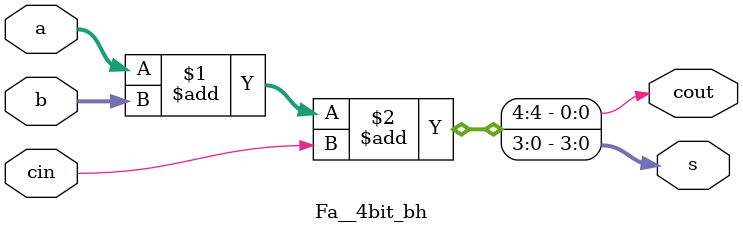
<source format=v>
module Fa__4bit_bh(s,cout,a,b,cin);
input [3:0]a,b;
input cin;
output [3:0]s;
output cout;
assign{cout,s}=a+b+cin;
endmodule

</source>
